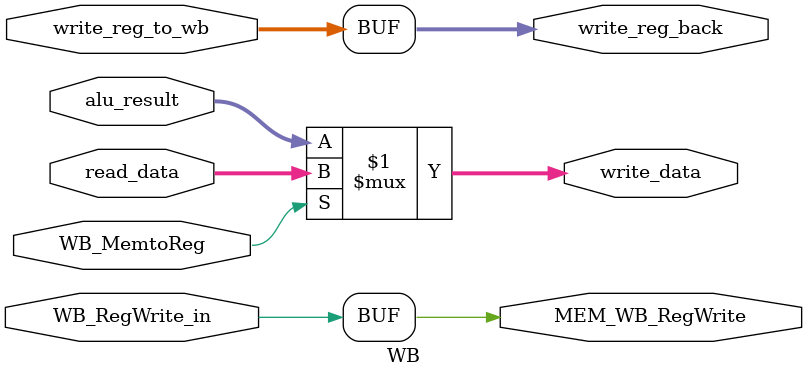
<source format=v>
`timescale 1ns / 1ps


(* keep_hierarchy = "yes" *) module WB(WB_MemtoReg, WB_RegWrite_in, read_data, alu_result, write_reg_to_wb, write_data, write_reg_back, MEM_WB_RegWrite);
    input WB_MemtoReg, WB_RegWrite_in;
    input [31:0] read_data, alu_result;
    input [4:0] write_reg_to_wb;
    output [31:0] write_data;
    output [4:0] write_reg_back;
    output MEM_WB_RegWrite;
    
    assign write_data = (WB_MemtoReg)? read_data : alu_result;
    assign write_reg_back = write_reg_to_wb;
    assign MEM_WB_RegWrite = WB_RegWrite_in;
    
endmodule

</source>
